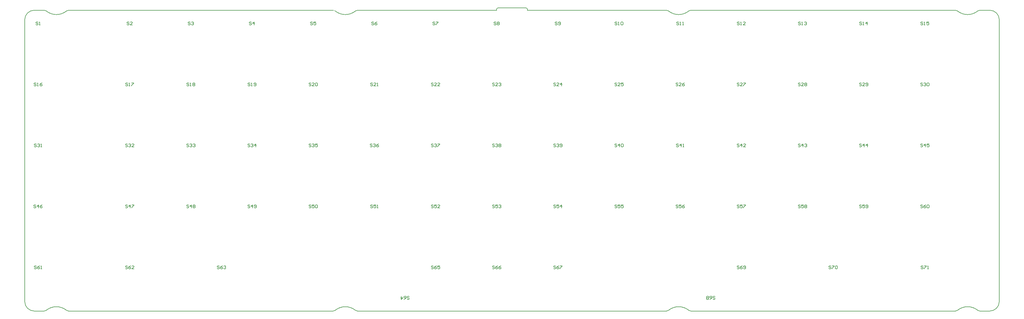
<source format=gto>
G04*
G04 #@! TF.GenerationSoftware,Altium Limited,Altium Designer,20.2.6 (244)*
G04*
G04 Layer_Color=65535*
%FSLAX43Y43*%
%MOMM*%
G71*
G04*
G04 #@! TF.SameCoordinates,294D72A7-43AD-4301-861A-B934F3A2DEB8*
G04*
G04*
G04 #@! TF.FilePolarity,Positive*
G04*
G01*
G75*
%ADD10C,0.200*%
%ADD11C,0.013*%
D10*
X127921Y-13954D02*
X127754Y-13788D01*
X127421D01*
X127255Y-13954D01*
Y-14121D01*
X127421Y-14288D01*
X127754D01*
X127921Y-14454D01*
Y-14621D01*
X127754Y-14787D01*
X127421D01*
X127255Y-14621D01*
X128254Y-13954D02*
X128421Y-13788D01*
X128754D01*
X128921Y-13954D01*
Y-14121D01*
X128754Y-14288D01*
X128587D01*
X128754D01*
X128921Y-14454D01*
Y-14621D01*
X128754Y-14787D01*
X128421D01*
X128254Y-14621D01*
X129254Y-13954D02*
X129421Y-13788D01*
X129754D01*
X129920Y-13954D01*
Y-14621D01*
X129754Y-14787D01*
X129421D01*
X129254Y-14621D01*
Y-13954D01*
X-148221D02*
X-148387Y-13788D01*
X-148720D01*
X-148887Y-13954D01*
Y-14121D01*
X-148720Y-14288D01*
X-148387D01*
X-148221Y-14454D01*
Y-14621D01*
X-148387Y-14787D01*
X-148720D01*
X-148887Y-14621D01*
X-147887Y-14787D02*
X-147554D01*
X-147721D01*
Y-13788D01*
X-147887Y-13954D01*
X-146388Y-13788D02*
X-146721Y-13954D01*
X-147054Y-14288D01*
Y-14621D01*
X-146888Y-14787D01*
X-146555D01*
X-146388Y-14621D01*
Y-14454D01*
X-146555Y-14288D01*
X-147054D01*
X128004Y5096D02*
X127838Y5262D01*
X127505D01*
X127338Y5096D01*
Y4929D01*
X127505Y4762D01*
X127838D01*
X128004Y4596D01*
Y4429D01*
X127838Y4263D01*
X127505D01*
X127338Y4429D01*
X128338Y4263D02*
X128671D01*
X128504D01*
Y5262D01*
X128338Y5096D01*
X129837Y5262D02*
X129171D01*
Y4762D01*
X129504Y4929D01*
X129670D01*
X129837Y4762D01*
Y4429D01*
X129670Y4263D01*
X129337D01*
X129171Y4429D01*
X-147637Y5096D02*
X-147804Y5262D01*
X-148137D01*
X-148304Y5096D01*
Y4929D01*
X-148137Y4762D01*
X-147804D01*
X-147637Y4596D01*
Y4429D01*
X-147804Y4263D01*
X-148137D01*
X-148304Y4429D01*
X-147304Y4263D02*
X-146971D01*
X-147138D01*
Y5262D01*
X-147304Y5096D01*
X128088Y-71104D02*
X127921Y-70938D01*
X127588D01*
X127421Y-71104D01*
Y-71271D01*
X127588Y-71438D01*
X127921D01*
X128088Y-71604D01*
Y-71771D01*
X127921Y-71937D01*
X127588D01*
X127421Y-71771D01*
X128421Y-70938D02*
X129087D01*
Y-71104D01*
X128421Y-71771D01*
Y-71937D01*
X129421D02*
X129754D01*
X129587D01*
Y-70938D01*
X129421Y-71104D01*
X99346D02*
X99179Y-70938D01*
X98846D01*
X98680Y-71104D01*
Y-71271D01*
X98846Y-71438D01*
X99179D01*
X99346Y-71604D01*
Y-71771D01*
X99179Y-71937D01*
X98846D01*
X98680Y-71771D01*
X99679Y-70938D02*
X100346D01*
Y-71104D01*
X99679Y-71771D01*
Y-71937D01*
X100679Y-71104D02*
X100846Y-70938D01*
X101179D01*
X101345Y-71104D01*
Y-71771D01*
X101179Y-71937D01*
X100846D01*
X100679Y-71771D01*
Y-71104D01*
X70771D02*
X70604Y-70938D01*
X70271D01*
X70105Y-71104D01*
Y-71271D01*
X70271Y-71438D01*
X70604D01*
X70771Y-71604D01*
Y-71771D01*
X70604Y-71937D01*
X70271D01*
X70105Y-71771D01*
X71771Y-70938D02*
X71438Y-71104D01*
X71104Y-71438D01*
Y-71771D01*
X71271Y-71937D01*
X71604D01*
X71771Y-71771D01*
Y-71604D01*
X71604Y-71438D01*
X71104D01*
X72104Y-71771D02*
X72271Y-71937D01*
X72604D01*
X72770Y-71771D01*
Y-71104D01*
X72604Y-70938D01*
X72271D01*
X72104Y-71104D01*
Y-71271D01*
X72271Y-71438D01*
X72770D01*
X62579Y-81296D02*
X62746Y-81462D01*
X63079D01*
X63245Y-81296D01*
Y-81129D01*
X63079Y-80963D01*
X62746D01*
X62579Y-80796D01*
Y-80629D01*
X62746Y-80463D01*
X63079D01*
X63245Y-80629D01*
X61579Y-81462D02*
X61912Y-81296D01*
X62246Y-80963D01*
Y-80629D01*
X62079Y-80463D01*
X61746D01*
X61579Y-80629D01*
Y-80796D01*
X61746Y-80963D01*
X62246D01*
X61246Y-81296D02*
X61079Y-81462D01*
X60746D01*
X60580Y-81296D01*
Y-81129D01*
X60746Y-80963D01*
X60580Y-80796D01*
Y-80629D01*
X60746Y-80463D01*
X61079D01*
X61246Y-80629D01*
Y-80796D01*
X61079Y-80963D01*
X61246Y-81129D01*
Y-81296D01*
X61079Y-80963D02*
X60746D01*
X13621Y-71104D02*
X13454Y-70938D01*
X13121D01*
X12955Y-71104D01*
Y-71271D01*
X13121Y-71438D01*
X13454D01*
X13621Y-71604D01*
Y-71771D01*
X13454Y-71937D01*
X13121D01*
X12955Y-71771D01*
X14621Y-70938D02*
X14288Y-71104D01*
X13954Y-71438D01*
Y-71771D01*
X14121Y-71937D01*
X14454D01*
X14621Y-71771D01*
Y-71604D01*
X14454Y-71438D01*
X13954D01*
X14954Y-70938D02*
X15620D01*
Y-71104D01*
X14954Y-71771D01*
Y-71937D01*
X-5429Y-71104D02*
X-5596Y-70938D01*
X-5929D01*
X-6095Y-71104D01*
Y-71271D01*
X-5929Y-71438D01*
X-5596D01*
X-5429Y-71604D01*
Y-71771D01*
X-5596Y-71937D01*
X-5929D01*
X-6095Y-71771D01*
X-4429Y-70938D02*
X-4762Y-71104D01*
X-5096Y-71438D01*
Y-71771D01*
X-4929Y-71937D01*
X-4596D01*
X-4429Y-71771D01*
Y-71604D01*
X-4596Y-71438D01*
X-5096D01*
X-3430Y-70938D02*
X-3763Y-71104D01*
X-4096Y-71438D01*
Y-71771D01*
X-3929Y-71937D01*
X-3596D01*
X-3430Y-71771D01*
Y-71604D01*
X-3596Y-71438D01*
X-4096D01*
X-24479Y-71104D02*
X-24646Y-70938D01*
X-24979D01*
X-25145Y-71104D01*
Y-71271D01*
X-24979Y-71438D01*
X-24646D01*
X-24479Y-71604D01*
Y-71771D01*
X-24646Y-71937D01*
X-24979D01*
X-25145Y-71771D01*
X-23479Y-70938D02*
X-23812Y-71104D01*
X-24146Y-71438D01*
Y-71771D01*
X-23979Y-71937D01*
X-23646D01*
X-23479Y-71771D01*
Y-71604D01*
X-23646Y-71438D01*
X-24146D01*
X-22480Y-70938D02*
X-23146D01*
Y-71438D01*
X-22813Y-71271D01*
X-22646D01*
X-22480Y-71438D01*
Y-71771D01*
X-22646Y-71937D01*
X-22979D01*
X-23146Y-71771D01*
X-32671Y-81296D02*
X-32504Y-81462D01*
X-32171D01*
X-32005Y-81296D01*
Y-81129D01*
X-32171Y-80963D01*
X-32504D01*
X-32671Y-80796D01*
Y-80629D01*
X-32504Y-80463D01*
X-32171D01*
X-32005Y-80629D01*
X-33671Y-81462D02*
X-33338Y-81296D01*
X-33004Y-80963D01*
Y-80629D01*
X-33171Y-80463D01*
X-33504D01*
X-33671Y-80629D01*
Y-80796D01*
X-33504Y-80963D01*
X-33004D01*
X-34504Y-80463D02*
Y-81462D01*
X-34004Y-80963D01*
X-34670D01*
X-91154Y-71104D02*
X-91321Y-70938D01*
X-91654D01*
X-91820Y-71104D01*
Y-71271D01*
X-91654Y-71438D01*
X-91321D01*
X-91154Y-71604D01*
Y-71771D01*
X-91321Y-71937D01*
X-91654D01*
X-91820Y-71771D01*
X-90154Y-70938D02*
X-90488Y-71104D01*
X-90821Y-71438D01*
Y-71771D01*
X-90654Y-71937D01*
X-90321D01*
X-90154Y-71771D01*
Y-71604D01*
X-90321Y-71438D01*
X-90821D01*
X-89821Y-71104D02*
X-89654Y-70938D01*
X-89321D01*
X-89155Y-71104D01*
Y-71271D01*
X-89321Y-71438D01*
X-89488D01*
X-89321D01*
X-89155Y-71604D01*
Y-71771D01*
X-89321Y-71937D01*
X-89654D01*
X-89821Y-71771D01*
X-119729Y-71104D02*
X-119896Y-70938D01*
X-120229D01*
X-120395Y-71104D01*
Y-71271D01*
X-120229Y-71438D01*
X-119896D01*
X-119729Y-71604D01*
Y-71771D01*
X-119896Y-71937D01*
X-120229D01*
X-120395Y-71771D01*
X-118729Y-70938D02*
X-119062Y-71104D01*
X-119396Y-71438D01*
Y-71771D01*
X-119229Y-71937D01*
X-118896D01*
X-118729Y-71771D01*
Y-71604D01*
X-118896Y-71438D01*
X-119396D01*
X-117730Y-71937D02*
X-118396D01*
X-117730Y-71271D01*
Y-71104D01*
X-117896Y-70938D01*
X-118229D01*
X-118396Y-71104D01*
X-148137D02*
X-148304Y-70938D01*
X-148637D01*
X-148804Y-71104D01*
Y-71271D01*
X-148637Y-71438D01*
X-148304D01*
X-148137Y-71604D01*
Y-71771D01*
X-148304Y-71937D01*
X-148637D01*
X-148804Y-71771D01*
X-147138Y-70938D02*
X-147471Y-71104D01*
X-147804Y-71438D01*
Y-71771D01*
X-147637Y-71937D01*
X-147304D01*
X-147138Y-71771D01*
Y-71604D01*
X-147304Y-71438D01*
X-147804D01*
X-146804Y-71937D02*
X-146471D01*
X-146638D01*
Y-70938D01*
X-146804Y-71104D01*
X127921Y-52054D02*
X127754Y-51888D01*
X127421D01*
X127255Y-52054D01*
Y-52221D01*
X127421Y-52388D01*
X127754D01*
X127921Y-52554D01*
Y-52721D01*
X127754Y-52887D01*
X127421D01*
X127255Y-52721D01*
X128921Y-51888D02*
X128587Y-52054D01*
X128254Y-52388D01*
Y-52721D01*
X128421Y-52887D01*
X128754D01*
X128921Y-52721D01*
Y-52554D01*
X128754Y-52388D01*
X128254D01*
X129254Y-52054D02*
X129421Y-51888D01*
X129754D01*
X129920Y-52054D01*
Y-52721D01*
X129754Y-52887D01*
X129421D01*
X129254Y-52721D01*
Y-52054D01*
X108871D02*
X108704Y-51888D01*
X108371D01*
X108205Y-52054D01*
Y-52221D01*
X108371Y-52388D01*
X108704D01*
X108871Y-52554D01*
Y-52721D01*
X108704Y-52887D01*
X108371D01*
X108205Y-52721D01*
X109871Y-51888D02*
X109204D01*
Y-52388D01*
X109537Y-52221D01*
X109704D01*
X109871Y-52388D01*
Y-52721D01*
X109704Y-52887D01*
X109371D01*
X109204Y-52721D01*
X110204D02*
X110371Y-52887D01*
X110704D01*
X110870Y-52721D01*
Y-52054D01*
X110704Y-51888D01*
X110371D01*
X110204Y-52054D01*
Y-52221D01*
X110371Y-52388D01*
X110870D01*
X89821Y-52054D02*
X89654Y-51888D01*
X89321D01*
X89155Y-52054D01*
Y-52221D01*
X89321Y-52388D01*
X89654D01*
X89821Y-52554D01*
Y-52721D01*
X89654Y-52887D01*
X89321D01*
X89155Y-52721D01*
X90821Y-51888D02*
X90154D01*
Y-52388D01*
X90488Y-52221D01*
X90654D01*
X90821Y-52388D01*
Y-52721D01*
X90654Y-52887D01*
X90321D01*
X90154Y-52721D01*
X91154Y-52054D02*
X91321Y-51888D01*
X91654D01*
X91820Y-52054D01*
Y-52221D01*
X91654Y-52388D01*
X91820Y-52554D01*
Y-52721D01*
X91654Y-52887D01*
X91321D01*
X91154Y-52721D01*
Y-52554D01*
X91321Y-52388D01*
X91154Y-52221D01*
Y-52054D01*
X91321Y-52388D02*
X91654D01*
X70771Y-52054D02*
X70604Y-51888D01*
X70271D01*
X70105Y-52054D01*
Y-52221D01*
X70271Y-52388D01*
X70604D01*
X70771Y-52554D01*
Y-52721D01*
X70604Y-52887D01*
X70271D01*
X70105Y-52721D01*
X71771Y-51888D02*
X71104D01*
Y-52388D01*
X71438Y-52221D01*
X71604D01*
X71771Y-52388D01*
Y-52721D01*
X71604Y-52887D01*
X71271D01*
X71104Y-52721D01*
X72104Y-51888D02*
X72770D01*
Y-52054D01*
X72104Y-52721D01*
Y-52887D01*
X51721Y-52054D02*
X51554Y-51888D01*
X51221D01*
X51055Y-52054D01*
Y-52221D01*
X51221Y-52388D01*
X51554D01*
X51721Y-52554D01*
Y-52721D01*
X51554Y-52887D01*
X51221D01*
X51055Y-52721D01*
X52721Y-51888D02*
X52054D01*
Y-52388D01*
X52388Y-52221D01*
X52554D01*
X52721Y-52388D01*
Y-52721D01*
X52554Y-52887D01*
X52221D01*
X52054Y-52721D01*
X53720Y-51888D02*
X53387Y-52054D01*
X53054Y-52388D01*
Y-52721D01*
X53221Y-52887D01*
X53554D01*
X53720Y-52721D01*
Y-52554D01*
X53554Y-52388D01*
X53054D01*
X32671Y-52054D02*
X32504Y-51888D01*
X32171D01*
X32005Y-52054D01*
Y-52221D01*
X32171Y-52388D01*
X32504D01*
X32671Y-52554D01*
Y-52721D01*
X32504Y-52887D01*
X32171D01*
X32005Y-52721D01*
X33671Y-51888D02*
X33004D01*
Y-52388D01*
X33338Y-52221D01*
X33504D01*
X33671Y-52388D01*
Y-52721D01*
X33504Y-52887D01*
X33171D01*
X33004Y-52721D01*
X34670Y-51888D02*
X34004D01*
Y-52388D01*
X34337Y-52221D01*
X34504D01*
X34670Y-52388D01*
Y-52721D01*
X34504Y-52887D01*
X34171D01*
X34004Y-52721D01*
X13621Y-52054D02*
X13454Y-51888D01*
X13121D01*
X12955Y-52054D01*
Y-52221D01*
X13121Y-52388D01*
X13454D01*
X13621Y-52554D01*
Y-52721D01*
X13454Y-52887D01*
X13121D01*
X12955Y-52721D01*
X14621Y-51888D02*
X13954D01*
Y-52388D01*
X14288Y-52221D01*
X14454D01*
X14621Y-52388D01*
Y-52721D01*
X14454Y-52887D01*
X14121D01*
X13954Y-52721D01*
X15454Y-52887D02*
Y-51888D01*
X14954Y-52388D01*
X15620D01*
X-5429Y-52054D02*
X-5596Y-51888D01*
X-5929D01*
X-6095Y-52054D01*
Y-52221D01*
X-5929Y-52388D01*
X-5596D01*
X-5429Y-52554D01*
Y-52721D01*
X-5596Y-52887D01*
X-5929D01*
X-6095Y-52721D01*
X-4429Y-51888D02*
X-5096D01*
Y-52388D01*
X-4762Y-52221D01*
X-4596D01*
X-4429Y-52388D01*
Y-52721D01*
X-4596Y-52887D01*
X-4929D01*
X-5096Y-52721D01*
X-4096Y-52054D02*
X-3929Y-51888D01*
X-3596D01*
X-3430Y-52054D01*
Y-52221D01*
X-3596Y-52388D01*
X-3763D01*
X-3596D01*
X-3430Y-52554D01*
Y-52721D01*
X-3596Y-52887D01*
X-3929D01*
X-4096Y-52721D01*
X-24479Y-52054D02*
X-24646Y-51888D01*
X-24979D01*
X-25145Y-52054D01*
Y-52221D01*
X-24979Y-52388D01*
X-24646D01*
X-24479Y-52554D01*
Y-52721D01*
X-24646Y-52887D01*
X-24979D01*
X-25145Y-52721D01*
X-23479Y-51888D02*
X-24146D01*
Y-52388D01*
X-23812Y-52221D01*
X-23646D01*
X-23479Y-52388D01*
Y-52721D01*
X-23646Y-52887D01*
X-23979D01*
X-24146Y-52721D01*
X-22480Y-52887D02*
X-23146D01*
X-22480Y-52221D01*
Y-52054D01*
X-22646Y-51888D01*
X-22979D01*
X-23146Y-52054D01*
X-43362D02*
X-43529Y-51888D01*
X-43862D01*
X-44029Y-52054D01*
Y-52221D01*
X-43862Y-52388D01*
X-43529D01*
X-43362Y-52554D01*
Y-52721D01*
X-43529Y-52887D01*
X-43862D01*
X-44029Y-52721D01*
X-42363Y-51888D02*
X-43029D01*
Y-52388D01*
X-42696Y-52221D01*
X-42529D01*
X-42363Y-52388D01*
Y-52721D01*
X-42529Y-52887D01*
X-42862D01*
X-43029Y-52721D01*
X-42029Y-52887D02*
X-41696D01*
X-41863D01*
Y-51888D01*
X-42029Y-52054D01*
X-62579D02*
X-62746Y-51888D01*
X-63079D01*
X-63245Y-52054D01*
Y-52221D01*
X-63079Y-52388D01*
X-62746D01*
X-62579Y-52554D01*
Y-52721D01*
X-62746Y-52887D01*
X-63079D01*
X-63245Y-52721D01*
X-61579Y-51888D02*
X-62246D01*
Y-52388D01*
X-61912Y-52221D01*
X-61746D01*
X-61579Y-52388D01*
Y-52721D01*
X-61746Y-52887D01*
X-62079D01*
X-62246Y-52721D01*
X-61246Y-52054D02*
X-61079Y-51888D01*
X-60746D01*
X-60580Y-52054D01*
Y-52721D01*
X-60746Y-52887D01*
X-61079D01*
X-61246Y-52721D01*
Y-52054D01*
X-81629D02*
X-81796Y-51888D01*
X-82129D01*
X-82295Y-52054D01*
Y-52221D01*
X-82129Y-52388D01*
X-81796D01*
X-81629Y-52554D01*
Y-52721D01*
X-81796Y-52887D01*
X-82129D01*
X-82295Y-52721D01*
X-80796Y-52887D02*
Y-51888D01*
X-81296Y-52388D01*
X-80629D01*
X-80296Y-52721D02*
X-80129Y-52887D01*
X-79796D01*
X-79630Y-52721D01*
Y-52054D01*
X-79796Y-51888D01*
X-80129D01*
X-80296Y-52054D01*
Y-52221D01*
X-80129Y-52388D01*
X-79630D01*
X-100679Y-52054D02*
X-100846Y-51888D01*
X-101179D01*
X-101345Y-52054D01*
Y-52221D01*
X-101179Y-52388D01*
X-100846D01*
X-100679Y-52554D01*
Y-52721D01*
X-100846Y-52887D01*
X-101179D01*
X-101345Y-52721D01*
X-99846Y-52887D02*
Y-51888D01*
X-100346Y-52388D01*
X-99679D01*
X-99346Y-52054D02*
X-99179Y-51888D01*
X-98846D01*
X-98680Y-52054D01*
Y-52221D01*
X-98846Y-52388D01*
X-98680Y-52554D01*
Y-52721D01*
X-98846Y-52887D01*
X-99179D01*
X-99346Y-52721D01*
Y-52554D01*
X-99179Y-52388D01*
X-99346Y-52221D01*
Y-52054D01*
X-99179Y-52388D02*
X-98846D01*
X-119729Y-52054D02*
X-119896Y-51888D01*
X-120229D01*
X-120395Y-52054D01*
Y-52221D01*
X-120229Y-52388D01*
X-119896D01*
X-119729Y-52554D01*
Y-52721D01*
X-119896Y-52887D01*
X-120229D01*
X-120395Y-52721D01*
X-118896Y-52887D02*
Y-51888D01*
X-119396Y-52388D01*
X-118729D01*
X-118396Y-51888D02*
X-117730D01*
Y-52054D01*
X-118396Y-52721D01*
Y-52887D01*
X-148304Y-52054D02*
X-148471Y-51888D01*
X-148804D01*
X-148970Y-52054D01*
Y-52221D01*
X-148804Y-52388D01*
X-148471D01*
X-148304Y-52554D01*
Y-52721D01*
X-148471Y-52887D01*
X-148804D01*
X-148970Y-52721D01*
X-147471Y-52887D02*
Y-51888D01*
X-147971Y-52388D01*
X-147304D01*
X-146305Y-51888D02*
X-146638Y-52054D01*
X-146971Y-52388D01*
Y-52721D01*
X-146804Y-52887D01*
X-146471D01*
X-146305Y-52721D01*
Y-52554D01*
X-146471Y-52388D01*
X-146971D01*
X127921Y-33004D02*
X127754Y-32838D01*
X127421D01*
X127255Y-33004D01*
Y-33171D01*
X127421Y-33338D01*
X127754D01*
X127921Y-33504D01*
Y-33671D01*
X127754Y-33837D01*
X127421D01*
X127255Y-33671D01*
X128754Y-33837D02*
Y-32838D01*
X128254Y-33338D01*
X128921D01*
X129920Y-32838D02*
X129254D01*
Y-33338D01*
X129587Y-33171D01*
X129754D01*
X129920Y-33338D01*
Y-33671D01*
X129754Y-33837D01*
X129421D01*
X129254Y-33671D01*
X108871Y-33004D02*
X108704Y-32838D01*
X108371D01*
X108205Y-33004D01*
Y-33171D01*
X108371Y-33338D01*
X108704D01*
X108871Y-33504D01*
Y-33671D01*
X108704Y-33837D01*
X108371D01*
X108205Y-33671D01*
X109704Y-33837D02*
Y-32838D01*
X109204Y-33338D01*
X109871D01*
X110704Y-33837D02*
Y-32838D01*
X110204Y-33338D01*
X110870D01*
X89821Y-33004D02*
X89654Y-32838D01*
X89321D01*
X89155Y-33004D01*
Y-33171D01*
X89321Y-33338D01*
X89654D01*
X89821Y-33504D01*
Y-33671D01*
X89654Y-33837D01*
X89321D01*
X89155Y-33671D01*
X90654Y-33837D02*
Y-32838D01*
X90154Y-33338D01*
X90821D01*
X91154Y-33004D02*
X91321Y-32838D01*
X91654D01*
X91820Y-33004D01*
Y-33171D01*
X91654Y-33338D01*
X91487D01*
X91654D01*
X91820Y-33504D01*
Y-33671D01*
X91654Y-33837D01*
X91321D01*
X91154Y-33671D01*
X70771Y-33004D02*
X70604Y-32838D01*
X70271D01*
X70105Y-33004D01*
Y-33171D01*
X70271Y-33338D01*
X70604D01*
X70771Y-33504D01*
Y-33671D01*
X70604Y-33837D01*
X70271D01*
X70105Y-33671D01*
X71604Y-33837D02*
Y-32838D01*
X71104Y-33338D01*
X71771D01*
X72770Y-33837D02*
X72104D01*
X72770Y-33171D01*
Y-33004D01*
X72604Y-32838D01*
X72271D01*
X72104Y-33004D01*
X51888D02*
X51721Y-32838D01*
X51388D01*
X51221Y-33004D01*
Y-33171D01*
X51388Y-33338D01*
X51721D01*
X51888Y-33504D01*
Y-33671D01*
X51721Y-33837D01*
X51388D01*
X51221Y-33671D01*
X52721Y-33837D02*
Y-32838D01*
X52221Y-33338D01*
X52887D01*
X53221Y-33837D02*
X53554D01*
X53387D01*
Y-32838D01*
X53221Y-33004D01*
X32671D02*
X32504Y-32838D01*
X32171D01*
X32005Y-33004D01*
Y-33171D01*
X32171Y-33338D01*
X32504D01*
X32671Y-33504D01*
Y-33671D01*
X32504Y-33837D01*
X32171D01*
X32005Y-33671D01*
X33504Y-33837D02*
Y-32838D01*
X33004Y-33338D01*
X33671D01*
X34004Y-33004D02*
X34171Y-32838D01*
X34504D01*
X34670Y-33004D01*
Y-33671D01*
X34504Y-33837D01*
X34171D01*
X34004Y-33671D01*
Y-33004D01*
X13621D02*
X13454Y-32838D01*
X13121D01*
X12955Y-33004D01*
Y-33171D01*
X13121Y-33338D01*
X13454D01*
X13621Y-33504D01*
Y-33671D01*
X13454Y-33837D01*
X13121D01*
X12955Y-33671D01*
X13954Y-33004D02*
X14121Y-32838D01*
X14454D01*
X14621Y-33004D01*
Y-33171D01*
X14454Y-33338D01*
X14288D01*
X14454D01*
X14621Y-33504D01*
Y-33671D01*
X14454Y-33837D01*
X14121D01*
X13954Y-33671D01*
X14954D02*
X15121Y-33837D01*
X15454D01*
X15620Y-33671D01*
Y-33004D01*
X15454Y-32838D01*
X15121D01*
X14954Y-33004D01*
Y-33171D01*
X15121Y-33338D01*
X15620D01*
X-5429Y-33004D02*
X-5596Y-32838D01*
X-5929D01*
X-6095Y-33004D01*
Y-33171D01*
X-5929Y-33338D01*
X-5596D01*
X-5429Y-33504D01*
Y-33671D01*
X-5596Y-33837D01*
X-5929D01*
X-6095Y-33671D01*
X-5096Y-33004D02*
X-4929Y-32838D01*
X-4596D01*
X-4429Y-33004D01*
Y-33171D01*
X-4596Y-33338D01*
X-4762D01*
X-4596D01*
X-4429Y-33504D01*
Y-33671D01*
X-4596Y-33837D01*
X-4929D01*
X-5096Y-33671D01*
X-4096Y-33004D02*
X-3929Y-32838D01*
X-3596D01*
X-3430Y-33004D01*
Y-33171D01*
X-3596Y-33338D01*
X-3430Y-33504D01*
Y-33671D01*
X-3596Y-33837D01*
X-3929D01*
X-4096Y-33671D01*
Y-33504D01*
X-3929Y-33338D01*
X-4096Y-33171D01*
Y-33004D01*
X-3929Y-33338D02*
X-3596D01*
X-24479Y-33004D02*
X-24646Y-32838D01*
X-24979D01*
X-25145Y-33004D01*
Y-33171D01*
X-24979Y-33338D01*
X-24646D01*
X-24479Y-33504D01*
Y-33671D01*
X-24646Y-33837D01*
X-24979D01*
X-25145Y-33671D01*
X-24146Y-33004D02*
X-23979Y-32838D01*
X-23646D01*
X-23479Y-33004D01*
Y-33171D01*
X-23646Y-33338D01*
X-23812D01*
X-23646D01*
X-23479Y-33504D01*
Y-33671D01*
X-23646Y-33837D01*
X-23979D01*
X-24146Y-33671D01*
X-23146Y-32838D02*
X-22480D01*
Y-33004D01*
X-23146Y-33671D01*
Y-33837D01*
X-43529Y-33004D02*
X-43696Y-32838D01*
X-44029D01*
X-44195Y-33004D01*
Y-33171D01*
X-44029Y-33338D01*
X-43696D01*
X-43529Y-33504D01*
Y-33671D01*
X-43696Y-33837D01*
X-44029D01*
X-44195Y-33671D01*
X-43196Y-33004D02*
X-43029Y-32838D01*
X-42696D01*
X-42529Y-33004D01*
Y-33171D01*
X-42696Y-33338D01*
X-42862D01*
X-42696D01*
X-42529Y-33504D01*
Y-33671D01*
X-42696Y-33837D01*
X-43029D01*
X-43196Y-33671D01*
X-41530Y-32838D02*
X-41863Y-33004D01*
X-42196Y-33338D01*
Y-33671D01*
X-42029Y-33837D01*
X-41696D01*
X-41530Y-33671D01*
Y-33504D01*
X-41696Y-33338D01*
X-42196D01*
X-62579Y-33004D02*
X-62746Y-32838D01*
X-63079D01*
X-63245Y-33004D01*
Y-33171D01*
X-63079Y-33338D01*
X-62746D01*
X-62579Y-33504D01*
Y-33671D01*
X-62746Y-33837D01*
X-63079D01*
X-63245Y-33671D01*
X-62246Y-33004D02*
X-62079Y-32838D01*
X-61746D01*
X-61579Y-33004D01*
Y-33171D01*
X-61746Y-33338D01*
X-61912D01*
X-61746D01*
X-61579Y-33504D01*
Y-33671D01*
X-61746Y-33837D01*
X-62079D01*
X-62246Y-33671D01*
X-60580Y-32838D02*
X-61246D01*
Y-33338D01*
X-60913Y-33171D01*
X-60746D01*
X-60580Y-33338D01*
Y-33671D01*
X-60746Y-33837D01*
X-61079D01*
X-61246Y-33671D01*
X-81629Y-33004D02*
X-81796Y-32838D01*
X-82129D01*
X-82295Y-33004D01*
Y-33171D01*
X-82129Y-33338D01*
X-81796D01*
X-81629Y-33504D01*
Y-33671D01*
X-81796Y-33837D01*
X-82129D01*
X-82295Y-33671D01*
X-81296Y-33004D02*
X-81129Y-32838D01*
X-80796D01*
X-80629Y-33004D01*
Y-33171D01*
X-80796Y-33338D01*
X-80963D01*
X-80796D01*
X-80629Y-33504D01*
Y-33671D01*
X-80796Y-33837D01*
X-81129D01*
X-81296Y-33671D01*
X-79796Y-33837D02*
Y-32838D01*
X-80296Y-33338D01*
X-79630D01*
X-100679Y-33004D02*
X-100846Y-32838D01*
X-101179D01*
X-101345Y-33004D01*
Y-33171D01*
X-101179Y-33338D01*
X-100846D01*
X-100679Y-33504D01*
Y-33671D01*
X-100846Y-33837D01*
X-101179D01*
X-101345Y-33671D01*
X-100346Y-33004D02*
X-100179Y-32838D01*
X-99846D01*
X-99679Y-33004D01*
Y-33171D01*
X-99846Y-33338D01*
X-100012D01*
X-99846D01*
X-99679Y-33504D01*
Y-33671D01*
X-99846Y-33837D01*
X-100179D01*
X-100346Y-33671D01*
X-99346Y-33004D02*
X-99179Y-32838D01*
X-98846D01*
X-98680Y-33004D01*
Y-33171D01*
X-98846Y-33338D01*
X-99013D01*
X-98846D01*
X-98680Y-33504D01*
Y-33671D01*
X-98846Y-33837D01*
X-99179D01*
X-99346Y-33671D01*
X-119729Y-33004D02*
X-119896Y-32838D01*
X-120229D01*
X-120395Y-33004D01*
Y-33171D01*
X-120229Y-33338D01*
X-119896D01*
X-119729Y-33504D01*
Y-33671D01*
X-119896Y-33837D01*
X-120229D01*
X-120395Y-33671D01*
X-119396Y-33004D02*
X-119229Y-32838D01*
X-118896D01*
X-118729Y-33004D01*
Y-33171D01*
X-118896Y-33338D01*
X-119062D01*
X-118896D01*
X-118729Y-33504D01*
Y-33671D01*
X-118896Y-33837D01*
X-119229D01*
X-119396Y-33671D01*
X-117730Y-33837D02*
X-118396D01*
X-117730Y-33171D01*
Y-33004D01*
X-117896Y-32838D01*
X-118229D01*
X-118396Y-33004D01*
X-148137D02*
X-148304Y-32838D01*
X-148637D01*
X-148804Y-33004D01*
Y-33171D01*
X-148637Y-33338D01*
X-148304D01*
X-148137Y-33504D01*
Y-33671D01*
X-148304Y-33837D01*
X-148637D01*
X-148804Y-33671D01*
X-147804Y-33004D02*
X-147637Y-32838D01*
X-147304D01*
X-147138Y-33004D01*
Y-33171D01*
X-147304Y-33338D01*
X-147471D01*
X-147304D01*
X-147138Y-33504D01*
Y-33671D01*
X-147304Y-33837D01*
X-147637D01*
X-147804Y-33671D01*
X-146804Y-33837D02*
X-146471D01*
X-146638D01*
Y-32838D01*
X-146804Y-33004D01*
X108871Y-13954D02*
X108704Y-13788D01*
X108371D01*
X108205Y-13954D01*
Y-14121D01*
X108371Y-14288D01*
X108704D01*
X108871Y-14454D01*
Y-14621D01*
X108704Y-14787D01*
X108371D01*
X108205Y-14621D01*
X109871Y-14787D02*
X109204D01*
X109871Y-14121D01*
Y-13954D01*
X109704Y-13788D01*
X109371D01*
X109204Y-13954D01*
X110204Y-14621D02*
X110371Y-14787D01*
X110704D01*
X110870Y-14621D01*
Y-13954D01*
X110704Y-13788D01*
X110371D01*
X110204Y-13954D01*
Y-14121D01*
X110371Y-14288D01*
X110870D01*
X89821Y-13954D02*
X89654Y-13788D01*
X89321D01*
X89155Y-13954D01*
Y-14121D01*
X89321Y-14288D01*
X89654D01*
X89821Y-14454D01*
Y-14621D01*
X89654Y-14787D01*
X89321D01*
X89155Y-14621D01*
X90821Y-14787D02*
X90154D01*
X90821Y-14121D01*
Y-13954D01*
X90654Y-13788D01*
X90321D01*
X90154Y-13954D01*
X91154D02*
X91321Y-13788D01*
X91654D01*
X91820Y-13954D01*
Y-14121D01*
X91654Y-14288D01*
X91820Y-14454D01*
Y-14621D01*
X91654Y-14787D01*
X91321D01*
X91154Y-14621D01*
Y-14454D01*
X91321Y-14288D01*
X91154Y-14121D01*
Y-13954D01*
X91321Y-14288D02*
X91654D01*
X70771Y-13954D02*
X70604Y-13788D01*
X70271D01*
X70105Y-13954D01*
Y-14121D01*
X70271Y-14288D01*
X70604D01*
X70771Y-14454D01*
Y-14621D01*
X70604Y-14787D01*
X70271D01*
X70105Y-14621D01*
X71771Y-14787D02*
X71104D01*
X71771Y-14121D01*
Y-13954D01*
X71604Y-13788D01*
X71271D01*
X71104Y-13954D01*
X72104Y-13788D02*
X72770D01*
Y-13954D01*
X72104Y-14621D01*
Y-14787D01*
X51721Y-13954D02*
X51554Y-13788D01*
X51221D01*
X51055Y-13954D01*
Y-14121D01*
X51221Y-14288D01*
X51554D01*
X51721Y-14454D01*
Y-14621D01*
X51554Y-14787D01*
X51221D01*
X51055Y-14621D01*
X52721Y-14787D02*
X52054D01*
X52721Y-14121D01*
Y-13954D01*
X52554Y-13788D01*
X52221D01*
X52054Y-13954D01*
X53720Y-13788D02*
X53387Y-13954D01*
X53054Y-14288D01*
Y-14621D01*
X53221Y-14787D01*
X53554D01*
X53720Y-14621D01*
Y-14454D01*
X53554Y-14288D01*
X53054D01*
X32671Y-13954D02*
X32504Y-13788D01*
X32171D01*
X32005Y-13954D01*
Y-14121D01*
X32171Y-14288D01*
X32504D01*
X32671Y-14454D01*
Y-14621D01*
X32504Y-14787D01*
X32171D01*
X32005Y-14621D01*
X33671Y-14787D02*
X33004D01*
X33671Y-14121D01*
Y-13954D01*
X33504Y-13788D01*
X33171D01*
X33004Y-13954D01*
X34670Y-13788D02*
X34004D01*
Y-14288D01*
X34337Y-14121D01*
X34504D01*
X34670Y-14288D01*
Y-14621D01*
X34504Y-14787D01*
X34171D01*
X34004Y-14621D01*
X13621Y-13954D02*
X13454Y-13788D01*
X13121D01*
X12955Y-13954D01*
Y-14121D01*
X13121Y-14288D01*
X13454D01*
X13621Y-14454D01*
Y-14621D01*
X13454Y-14787D01*
X13121D01*
X12955Y-14621D01*
X14621Y-14787D02*
X13954D01*
X14621Y-14121D01*
Y-13954D01*
X14454Y-13788D01*
X14121D01*
X13954Y-13954D01*
X15454Y-14787D02*
Y-13788D01*
X14954Y-14288D01*
X15620D01*
X-5429Y-13954D02*
X-5596Y-13788D01*
X-5929D01*
X-6095Y-13954D01*
Y-14121D01*
X-5929Y-14288D01*
X-5596D01*
X-5429Y-14454D01*
Y-14621D01*
X-5596Y-14787D01*
X-5929D01*
X-6095Y-14621D01*
X-4429Y-14787D02*
X-5096D01*
X-4429Y-14121D01*
Y-13954D01*
X-4596Y-13788D01*
X-4929D01*
X-5096Y-13954D01*
X-4096D02*
X-3929Y-13788D01*
X-3596D01*
X-3430Y-13954D01*
Y-14121D01*
X-3596Y-14288D01*
X-3763D01*
X-3596D01*
X-3430Y-14454D01*
Y-14621D01*
X-3596Y-14787D01*
X-3929D01*
X-4096Y-14621D01*
X-24479Y-13954D02*
X-24646Y-13788D01*
X-24979D01*
X-25145Y-13954D01*
Y-14121D01*
X-24979Y-14288D01*
X-24646D01*
X-24479Y-14454D01*
Y-14621D01*
X-24646Y-14787D01*
X-24979D01*
X-25145Y-14621D01*
X-23479Y-14787D02*
X-24146D01*
X-23479Y-14121D01*
Y-13954D01*
X-23646Y-13788D01*
X-23979D01*
X-24146Y-13954D01*
X-22480Y-14787D02*
X-23146D01*
X-22480Y-14121D01*
Y-13954D01*
X-22646Y-13788D01*
X-22979D01*
X-23146Y-13954D01*
X-43362D02*
X-43529Y-13788D01*
X-43862D01*
X-44029Y-13954D01*
Y-14121D01*
X-43862Y-14288D01*
X-43529D01*
X-43362Y-14454D01*
Y-14621D01*
X-43529Y-14787D01*
X-43862D01*
X-44029Y-14621D01*
X-42363Y-14787D02*
X-43029D01*
X-42363Y-14121D01*
Y-13954D01*
X-42529Y-13788D01*
X-42862D01*
X-43029Y-13954D01*
X-42029Y-14787D02*
X-41696D01*
X-41863D01*
Y-13788D01*
X-42029Y-13954D01*
X-62579D02*
X-62746Y-13788D01*
X-63079D01*
X-63245Y-13954D01*
Y-14121D01*
X-63079Y-14288D01*
X-62746D01*
X-62579Y-14454D01*
Y-14621D01*
X-62746Y-14787D01*
X-63079D01*
X-63245Y-14621D01*
X-61579Y-14787D02*
X-62246D01*
X-61579Y-14121D01*
Y-13954D01*
X-61746Y-13788D01*
X-62079D01*
X-62246Y-13954D01*
X-61246D02*
X-61079Y-13788D01*
X-60746D01*
X-60580Y-13954D01*
Y-14621D01*
X-60746Y-14787D01*
X-61079D01*
X-61246Y-14621D01*
Y-13954D01*
X-81546D02*
X-81712Y-13788D01*
X-82045D01*
X-82212Y-13954D01*
Y-14121D01*
X-82045Y-14288D01*
X-81712D01*
X-81546Y-14454D01*
Y-14621D01*
X-81712Y-14787D01*
X-82045D01*
X-82212Y-14621D01*
X-81212Y-14787D02*
X-80879D01*
X-81046D01*
Y-13788D01*
X-81212Y-13954D01*
X-80379Y-14621D02*
X-80213Y-14787D01*
X-79880D01*
X-79713Y-14621D01*
Y-13954D01*
X-79880Y-13788D01*
X-80213D01*
X-80379Y-13954D01*
Y-14121D01*
X-80213Y-14288D01*
X-79713D01*
X-100596Y-13954D02*
X-100762Y-13788D01*
X-101095D01*
X-101262Y-13954D01*
Y-14121D01*
X-101095Y-14288D01*
X-100762D01*
X-100596Y-14454D01*
Y-14621D01*
X-100762Y-14787D01*
X-101095D01*
X-101262Y-14621D01*
X-100262Y-14787D02*
X-99929D01*
X-100096D01*
Y-13788D01*
X-100262Y-13954D01*
X-99429D02*
X-99263Y-13788D01*
X-98930D01*
X-98763Y-13954D01*
Y-14121D01*
X-98930Y-14288D01*
X-98763Y-14454D01*
Y-14621D01*
X-98930Y-14787D01*
X-99263D01*
X-99429Y-14621D01*
Y-14454D01*
X-99263Y-14288D01*
X-99429Y-14121D01*
Y-13954D01*
X-99263Y-14288D02*
X-98930D01*
X-119646Y-13954D02*
X-119812Y-13788D01*
X-120145D01*
X-120312Y-13954D01*
Y-14121D01*
X-120145Y-14288D01*
X-119812D01*
X-119646Y-14454D01*
Y-14621D01*
X-119812Y-14787D01*
X-120145D01*
X-120312Y-14621D01*
X-119312Y-14787D02*
X-118979D01*
X-119146D01*
Y-13788D01*
X-119312Y-13954D01*
X-118479Y-13788D02*
X-117813D01*
Y-13954D01*
X-118479Y-14621D01*
Y-14787D01*
X108954Y5096D02*
X108788Y5262D01*
X108455D01*
X108288Y5096D01*
Y4929D01*
X108455Y4762D01*
X108788D01*
X108954Y4596D01*
Y4429D01*
X108788Y4263D01*
X108455D01*
X108288Y4429D01*
X109288Y4263D02*
X109621D01*
X109454D01*
Y5262D01*
X109288Y5096D01*
X110620Y4263D02*
Y5262D01*
X110121Y4762D01*
X110787D01*
X89904Y5096D02*
X89738Y5262D01*
X89405D01*
X89238Y5096D01*
Y4929D01*
X89405Y4762D01*
X89738D01*
X89904Y4596D01*
Y4429D01*
X89738Y4263D01*
X89405D01*
X89238Y4429D01*
X90238Y4263D02*
X90571D01*
X90404D01*
Y5262D01*
X90238Y5096D01*
X91071D02*
X91237Y5262D01*
X91570D01*
X91737Y5096D01*
Y4929D01*
X91570Y4762D01*
X91404D01*
X91570D01*
X91737Y4596D01*
Y4429D01*
X91570Y4263D01*
X91237D01*
X91071Y4429D01*
X70854Y5096D02*
X70688Y5262D01*
X70355D01*
X70188Y5096D01*
Y4929D01*
X70355Y4762D01*
X70688D01*
X70854Y4596D01*
Y4429D01*
X70688Y4263D01*
X70355D01*
X70188Y4429D01*
X71188Y4263D02*
X71521D01*
X71354D01*
Y5262D01*
X71188Y5096D01*
X72687Y4263D02*
X72021D01*
X72687Y4929D01*
Y5096D01*
X72520Y5262D01*
X72187D01*
X72021Y5096D01*
X51971D02*
X51804Y5262D01*
X51471D01*
X51305Y5096D01*
Y4929D01*
X51471Y4762D01*
X51804D01*
X51971Y4596D01*
Y4429D01*
X51804Y4263D01*
X51471D01*
X51305Y4429D01*
X52304Y4263D02*
X52637D01*
X52471D01*
Y5262D01*
X52304Y5096D01*
X53137Y4263D02*
X53470D01*
X53304D01*
Y5262D01*
X53137Y5096D01*
X32754D02*
X32588Y5262D01*
X32255D01*
X32088Y5096D01*
Y4929D01*
X32255Y4762D01*
X32588D01*
X32754Y4596D01*
Y4429D01*
X32588Y4263D01*
X32255D01*
X32088Y4429D01*
X33088Y4263D02*
X33421D01*
X33254D01*
Y5262D01*
X33088Y5096D01*
X33921D02*
X34087Y5262D01*
X34420D01*
X34587Y5096D01*
Y4429D01*
X34420Y4263D01*
X34087D01*
X33921Y4429D01*
Y5096D01*
X14121D02*
X13954Y5262D01*
X13621D01*
X13454Y5096D01*
Y4929D01*
X13621Y4762D01*
X13954D01*
X14121Y4596D01*
Y4429D01*
X13954Y4263D01*
X13621D01*
X13454Y4429D01*
X14454D02*
X14621Y4263D01*
X14954D01*
X15121Y4429D01*
Y5096D01*
X14954Y5262D01*
X14621D01*
X14454Y5096D01*
Y4929D01*
X14621Y4762D01*
X15121D01*
X-4929Y5096D02*
X-5096Y5262D01*
X-5429D01*
X-5596Y5096D01*
Y4929D01*
X-5429Y4762D01*
X-5096D01*
X-4929Y4596D01*
Y4429D01*
X-5096Y4263D01*
X-5429D01*
X-5596Y4429D01*
X-4596Y5096D02*
X-4429Y5262D01*
X-4096D01*
X-3929Y5096D01*
Y4929D01*
X-4096Y4762D01*
X-3929Y4596D01*
Y4429D01*
X-4096Y4263D01*
X-4429D01*
X-4596Y4429D01*
Y4596D01*
X-4429Y4762D01*
X-4596Y4929D01*
Y5096D01*
X-4429Y4762D02*
X-4096D01*
X-23979Y5096D02*
X-24146Y5262D01*
X-24479D01*
X-24646Y5096D01*
Y4929D01*
X-24479Y4762D01*
X-24146D01*
X-23979Y4596D01*
Y4429D01*
X-24146Y4263D01*
X-24479D01*
X-24646Y4429D01*
X-23646Y5262D02*
X-22979D01*
Y5096D01*
X-23646Y4429D01*
Y4263D01*
X-43029Y5096D02*
X-43196Y5262D01*
X-43529D01*
X-43696Y5096D01*
Y4929D01*
X-43529Y4762D01*
X-43196D01*
X-43029Y4596D01*
Y4429D01*
X-43196Y4263D01*
X-43529D01*
X-43696Y4429D01*
X-42029Y5262D02*
X-42363Y5096D01*
X-42696Y4762D01*
Y4429D01*
X-42529Y4263D01*
X-42196D01*
X-42029Y4429D01*
Y4596D01*
X-42196Y4762D01*
X-42696D01*
X-62079Y5096D02*
X-62246Y5262D01*
X-62579D01*
X-62746Y5096D01*
Y4929D01*
X-62579Y4762D01*
X-62246D01*
X-62079Y4596D01*
Y4429D01*
X-62246Y4263D01*
X-62579D01*
X-62746Y4429D01*
X-61079Y5262D02*
X-61746D01*
Y4762D01*
X-61413Y4929D01*
X-61246D01*
X-61079Y4762D01*
Y4429D01*
X-61246Y4263D01*
X-61579D01*
X-61746Y4429D01*
X-81129Y5096D02*
X-81296Y5262D01*
X-81629D01*
X-81796Y5096D01*
Y4929D01*
X-81629Y4762D01*
X-81296D01*
X-81129Y4596D01*
Y4429D01*
X-81296Y4263D01*
X-81629D01*
X-81796Y4429D01*
X-80296Y4263D02*
Y5262D01*
X-80796Y4762D01*
X-80129D01*
X-100179Y5096D02*
X-100346Y5262D01*
X-100679D01*
X-100846Y5096D01*
Y4929D01*
X-100679Y4762D01*
X-100346D01*
X-100179Y4596D01*
Y4429D01*
X-100346Y4263D01*
X-100679D01*
X-100846Y4429D01*
X-99846Y5096D02*
X-99679Y5262D01*
X-99346D01*
X-99179Y5096D01*
Y4929D01*
X-99346Y4762D01*
X-99513D01*
X-99346D01*
X-99179Y4596D01*
Y4429D01*
X-99346Y4263D01*
X-99679D01*
X-99846Y4429D01*
X-119229Y5096D02*
X-119396Y5262D01*
X-119729D01*
X-119896Y5096D01*
Y4929D01*
X-119729Y4762D01*
X-119396D01*
X-119229Y4596D01*
Y4429D01*
X-119396Y4263D01*
X-119729D01*
X-119896Y4429D01*
X-118229Y4263D02*
X-118896D01*
X-118229Y4929D01*
Y5096D01*
X-118396Y5262D01*
X-118729D01*
X-118896Y5096D01*
X151775Y5900D02*
G03*
X148775Y8900I-3000J0D01*
G01*
Y-85098D02*
G03*
X151775Y-82098I0J3000D01*
G01*
X145083Y-84870D02*
G03*
X145718Y-85098I636J772D01*
G01*
X145083Y-84870D02*
G03*
X138727Y-84870I-3178J-3860D01*
G01*
X138092Y-85098D02*
G03*
X138727Y-84870I0J1000D01*
G01*
X55083D02*
G03*
X55718Y-85098I636J772D01*
G01*
X55083Y-84870D02*
G03*
X48727Y-84870I-3178J-3860D01*
G01*
X48092Y-85098D02*
G03*
X48727Y-84870I0J1000D01*
G01*
X-48727D02*
G03*
X-48092Y-85098I636J772D01*
G01*
X-48727Y-84870D02*
G03*
X-55083Y-84870I-3178J-3860D01*
G01*
X-55718Y-85098D02*
G03*
X-55083Y-84870I0J1000D01*
G01*
X-138727D02*
G03*
X-138092Y-85098I636J772D01*
G01*
X-138727Y-84870D02*
G03*
X-145083Y-84870I-3178J-3860D01*
G01*
X-145718Y-85098D02*
G03*
X-145083Y-84870I0J1000D01*
G01*
X-151775Y-82098D02*
G03*
X-148775Y-85098I3000J0D01*
G01*
Y8900D02*
G03*
X-151775Y5900I0J-3000D01*
G01*
X-145085Y8672D02*
G03*
X-145721Y8900I-636J-772D01*
G01*
X-145085Y8672D02*
G03*
X-138725Y8672I3180J3858D01*
G01*
X-138089Y8900D02*
G03*
X-138725Y8672I0J-1000D01*
G01*
X-55085D02*
G03*
X-48725Y8672I3180J3858D01*
G01*
X-48089Y8900D02*
G03*
X-48725Y8672I0J-1000D01*
G01*
X48725D02*
G03*
X48089Y8900I-636J-772D01*
G01*
X48725Y8672D02*
G03*
X55085Y8672I3180J3858D01*
G01*
X55721Y8900D02*
G03*
X55085Y8672I0J-1000D01*
G01*
X138725D02*
G03*
X138089Y8900I-636J-772D01*
G01*
X138725Y8672D02*
G03*
X145085Y8672I3180J3858D01*
G01*
X145721Y8900D02*
G03*
X145085Y8672I0J-1000D01*
G01*
X-4325Y9620D02*
G03*
X-4825Y9120I0J-500D01*
G01*
X4825Y9120D02*
G03*
X4325Y9620I-500J0D01*
G01*
X4825Y8900D02*
Y9120D01*
X151775Y-82098D02*
Y5900D01*
X145718Y-85098D02*
X148775D01*
X-151775Y-82098D02*
Y5900D01*
X-148775Y8900D02*
X-145721D01*
X-4825D02*
Y9120D01*
X-4325Y9620D02*
X4325D01*
X4825Y8900D02*
X48089D01*
X-48092Y-85098D02*
X48092D01*
X-138092D02*
X-55718D01*
X-148775D02*
X-145718D01*
X55718D02*
X138092D01*
X-48089Y8900D02*
X-4825D01*
X-138089D02*
X-55721D01*
X145721D02*
X148775D01*
X55721D02*
X138089D01*
D11*
X-55085Y8672D02*
G03*
X-55721Y8900I-636J-772D01*
G01*
M02*

</source>
